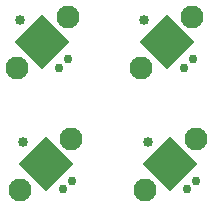
<source format=gbs>
G04*
G04 #@! TF.GenerationSoftware,Altium Limited,Altium Designer,21.8.1 (53)*
G04*
G04 Layer_Color=16711935*
%FSLAX25Y25*%
%MOIN*%
G70*
G04*
G04 #@! TF.SameCoordinates,7148B44F-C07B-4FA7-92CD-32C68B6CDD5B*
G04*
G04*
G04 #@! TF.FilePolarity,Negative*
G04*
G01*
G75*
%ADD20C,0.07677*%
%ADD21C,0.03347*%
%ADD22C,0.02953*%
%ADD30P,0.18485X4X270.0*%
D20*
X807309Y126309D02*
D03*
X790327Y109327D02*
D03*
X808527Y85655D02*
D03*
X791545Y68673D02*
D03*
X765809Y126309D02*
D03*
X748827Y109327D02*
D03*
X767027Y85655D02*
D03*
X750045Y68673D02*
D03*
D21*
X791393Y125243D02*
D03*
X792612Y84589D02*
D03*
X751112D02*
D03*
X749893Y125243D02*
D03*
D22*
X804520Y109355D02*
D03*
X807577Y112346D02*
D03*
X805738Y68701D02*
D03*
X808795Y71692D02*
D03*
X767295D02*
D03*
X764238Y68701D02*
D03*
X766077Y112346D02*
D03*
X763020Y109355D02*
D03*
D30*
X798818Y117818D02*
D03*
X800036Y77164D02*
D03*
X757318Y117818D02*
D03*
X758536Y77164D02*
D03*
M02*

</source>
